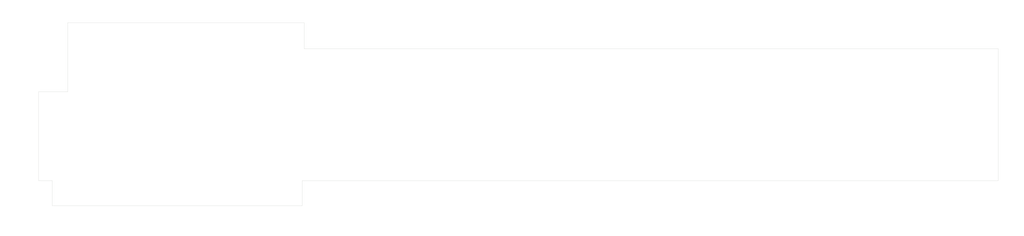
<source format=kicad_pcb>
(kicad_pcb (version 20171130) (host pcbnew 5.1.10)

  (general
    (thickness 1.6)
    (drawings 24)
    (tracks 0)
    (zones 0)
    (modules 0)
    (nets 1)
  )

  (page A4)
  (title_block
    (title "Grand Pianist++ Control Panel")
    (rev 0.0.0)
    (company dogtopus)
  )

  (layers
    (0 F.Cu signal)
    (31 B.Cu signal)
    (32 B.Adhes user)
    (33 F.Adhes user)
    (34 B.Paste user)
    (35 F.Paste user)
    (36 B.SilkS user)
    (37 F.SilkS user)
    (38 B.Mask user)
    (39 F.Mask user)
    (40 Dwgs.User user)
    (41 Cmts.User user)
    (42 Eco1.User user)
    (43 Eco2.User user)
    (44 Edge.Cuts user)
    (45 Margin user)
    (46 B.CrtYd user)
    (47 F.CrtYd user)
    (48 B.Fab user)
    (49 F.Fab user)
  )

  (setup
    (last_trace_width 0.25)
    (trace_clearance 0.2)
    (zone_clearance 0.508)
    (zone_45_only no)
    (trace_min 0.2)
    (via_size 0.8)
    (via_drill 0.4)
    (via_min_size 0.4)
    (via_min_drill 0.3)
    (uvia_size 0.3)
    (uvia_drill 0.1)
    (uvias_allowed no)
    (uvia_min_size 0.2)
    (uvia_min_drill 0.1)
    (edge_width 0.05)
    (segment_width 0.2)
    (pcb_text_width 0.3)
    (pcb_text_size 1.5 1.5)
    (mod_edge_width 0.12)
    (mod_text_size 1 1)
    (mod_text_width 0.15)
    (pad_size 1.524 1.524)
    (pad_drill 0.762)
    (pad_to_mask_clearance 0)
    (aux_axis_origin 0 0)
    (visible_elements FFFFFF7F)
    (pcbplotparams
      (layerselection 0x010fc_ffffffff)
      (usegerberextensions false)
      (usegerberattributes true)
      (usegerberadvancedattributes true)
      (creategerberjobfile true)
      (excludeedgelayer true)
      (linewidth 0.100000)
      (plotframeref false)
      (viasonmask false)
      (mode 1)
      (useauxorigin false)
      (hpglpennumber 1)
      (hpglpenspeed 20)
      (hpglpendiameter 15.000000)
      (psnegative false)
      (psa4output false)
      (plotreference true)
      (plotvalue true)
      (plotinvisibletext false)
      (padsonsilk false)
      (subtractmaskfromsilk false)
      (outputformat 1)
      (mirror false)
      (drillshape 1)
      (scaleselection 1)
      (outputdirectory ""))
  )

  (net 0 "")

  (net_class Default "This is the default net class."
    (clearance 0.2)
    (trace_width 0.25)
    (via_dia 0.8)
    (via_drill 0.4)
    (uvia_dia 0.3)
    (uvia_drill 0.1)
  )

  (dimension 152.6 (width 0.15) (layer Dwgs.User)
    (gr_text "152.600 mm" (at 179.7 66.5) (layer Dwgs.User)
      (effects (font (size 1 1) (thickness 0.15)))
    )
    (feature1 (pts (xy 256 76.5) (xy 256 67.213579)))
    (feature2 (pts (xy 103.4 76.5) (xy 103.4 67.213579)))
    (crossbar (pts (xy 103.4 67.8) (xy 256 67.8)))
    (arrow1a (pts (xy 256 67.8) (xy 254.873496 68.386421)))
    (arrow1b (pts (xy 256 67.8) (xy 254.873496 67.213579)))
    (arrow2a (pts (xy 103.4 67.8) (xy 104.526504 68.386421)))
    (arrow2b (pts (xy 103.4 67.8) (xy 104.526504 67.213579)))
  )
  (gr_line (start 103.4 70.8) (end 103.4 76.5) (layer Edge.Cuts) (width 0.05) (tstamp 60DBA540))
  (gr_line (start 256 76.5) (end 103.4 76.5) (layer Edge.Cuts) (width 0.05) (tstamp 60DBA538))
  (gr_line (start 256 105.5) (end 256 76.5) (layer Edge.Cuts) (width 0.05))
  (dimension 29 (width 0.15) (layer Dwgs.User)
    (gr_text "29.000 mm" (at 260.3 91 90) (layer Dwgs.User)
      (effects (font (size 1 1) (thickness 0.15)))
    )
    (feature1 (pts (xy 256 76.5) (xy 259.586421 76.5)))
    (feature2 (pts (xy 256 105.5) (xy 259.586421 105.5)))
    (crossbar (pts (xy 259 105.5) (xy 259 76.5)))
    (arrow1a (pts (xy 259 76.5) (xy 259.586421 77.626504)))
    (arrow1b (pts (xy 259 76.5) (xy 258.413579 77.626504)))
    (arrow2a (pts (xy 259 105.5) (xy 259.586421 104.373496)))
    (arrow2b (pts (xy 259 105.5) (xy 258.413579 104.373496)))
  )
  (dimension 153 (width 0.15) (layer Dwgs.User)
    (gr_text "153.000 mm" (at 179.5 118.3) (layer Dwgs.User)
      (effects (font (size 1 1) (thickness 0.15)))
    )
    (feature1 (pts (xy 256 105.5) (xy 256 117.586421)))
    (feature2 (pts (xy 103 105.5) (xy 103 117.586421)))
    (crossbar (pts (xy 103 117) (xy 256 117)))
    (arrow1a (pts (xy 256 117) (xy 254.873496 117.586421)))
    (arrow1b (pts (xy 256 117) (xy 254.873496 116.413579)))
    (arrow2a (pts (xy 103 117) (xy 104.126504 117.586421)))
    (arrow2b (pts (xy 103 117) (xy 104.126504 116.413579)))
  )
  (gr_line (start 103 105.5) (end 256 105.5) (layer Edge.Cuts) (width 0.05))
  (gr_line (start 103 111) (end 103 105.5) (layer Edge.Cuts) (width 0.05))
  (dimension 5.5 (width 0.15) (layer Dwgs.User)
    (gr_text "5.500 mm" (at 107.3 108.25 90) (layer Dwgs.User)
      (effects (font (size 1 1) (thickness 0.15)))
    )
    (feature1 (pts (xy 103 105.5) (xy 106.586421 105.5)))
    (feature2 (pts (xy 103 111) (xy 106.586421 111)))
    (crossbar (pts (xy 106 111) (xy 106 105.5)))
    (arrow1a (pts (xy 106 105.5) (xy 106.586421 106.626504)))
    (arrow1b (pts (xy 106 105.5) (xy 105.413579 106.626504)))
    (arrow2a (pts (xy 106 111) (xy 106.586421 109.873496)))
    (arrow2b (pts (xy 106 111) (xy 105.413579 109.873496)))
  )
  (gr_line (start 51.4 70.8) (end 103.4 70.8) (layer Edge.Cuts) (width 0.05))
  (dimension 52 (width 0.15) (layer Dwgs.User)
    (gr_text "52.000 mm" (at 77.4 66.5) (layer Dwgs.User)
      (effects (font (size 1 1) (thickness 0.15)))
    )
    (feature1 (pts (xy 103.4 70.8) (xy 103.4 67.213579)))
    (feature2 (pts (xy 51.4 70.8) (xy 51.4 67.213579)))
    (crossbar (pts (xy 51.4 67.8) (xy 103.4 67.8)))
    (arrow1a (pts (xy 103.4 67.8) (xy 102.273496 68.386421)))
    (arrow1b (pts (xy 103.4 67.8) (xy 102.273496 67.213579)))
    (arrow2a (pts (xy 51.4 67.8) (xy 52.526504 68.386421)))
    (arrow2b (pts (xy 51.4 67.8) (xy 52.526504 67.213579)))
  )
  (gr_line (start 48 111) (end 103 111) (layer Edge.Cuts) (width 0.05))
  (gr_line (start 48 105.5) (end 48 111) (layer Edge.Cuts) (width 0.05))
  (gr_line (start 45 105.5) (end 48 105.5) (layer Edge.Cuts) (width 0.05))
  (dimension 3 (width 0.15) (layer Dwgs.User)
    (gr_text "3.000 mm" (at 46.5 118.3) (layer Dwgs.User)
      (effects (font (size 1 1) (thickness 0.15)))
    )
    (feature1 (pts (xy 48 105.5) (xy 48 117.586421)))
    (feature2 (pts (xy 45 105.5) (xy 45 117.586421)))
    (crossbar (pts (xy 45 117) (xy 48 117)))
    (arrow1a (pts (xy 48 117) (xy 46.873496 117.586421)))
    (arrow1b (pts (xy 48 117) (xy 46.873496 116.413579)))
    (arrow2a (pts (xy 45 117) (xy 46.126504 117.586421)))
    (arrow2b (pts (xy 45 117) (xy 46.126504 116.413579)))
  )
  (gr_line (start 45 86) (end 45 105.5) (layer Edge.Cuts) (width 0.05))
  (dimension 6.4 (width 0.15) (layer Dwgs.User)
    (gr_text "6.400 mm" (at 48.2 66.5) (layer Dwgs.User)
      (effects (font (size 1 1) (thickness 0.15)))
    )
    (feature1 (pts (xy 51.4 86) (xy 51.4 67.213579)))
    (feature2 (pts (xy 45 86) (xy 45 67.213579)))
    (crossbar (pts (xy 45 67.8) (xy 51.4 67.8)))
    (arrow1a (pts (xy 51.4 67.8) (xy 50.273496 68.386421)))
    (arrow1b (pts (xy 51.4 67.8) (xy 50.273496 67.213579)))
    (arrow2a (pts (xy 45 67.8) (xy 46.126504 68.386421)))
    (arrow2b (pts (xy 45 67.8) (xy 46.126504 67.213579)))
  )
  (gr_line (start 51.4 86) (end 45 86) (layer Edge.Cuts) (width 0.05))
  (gr_line (start 51.4 70.8) (end 51.4 86) (layer Edge.Cuts) (width 0.05))
  (dimension 15.2 (width 0.15) (layer Dwgs.User)
    (gr_text "15.200 mm" (at 40.2 78.4 270) (layer Dwgs.User)
      (effects (font (size 1 1) (thickness 0.15)))
    )
    (feature1 (pts (xy 51.4 86) (xy 40.913579 86)))
    (feature2 (pts (xy 51.4 70.8) (xy 40.913579 70.8)))
    (crossbar (pts (xy 41.5 70.8) (xy 41.5 86)))
    (arrow1a (pts (xy 41.5 86) (xy 40.913579 84.873496)))
    (arrow1b (pts (xy 41.5 86) (xy 42.086421 84.873496)))
    (arrow2a (pts (xy 41.5 70.8) (xy 40.913579 71.926504)))
    (arrow2b (pts (xy 41.5 70.8) (xy 42.086421 71.926504)))
  )
  (dimension 19.5 (width 0.15) (layer Dwgs.User)
    (gr_text "19.500 mm" (at 40.2 95.75 270) (layer Dwgs.User)
      (effects (font (size 1 1) (thickness 0.15)))
    )
    (feature1 (pts (xy 48 105.5) (xy 40.913579 105.5)))
    (feature2 (pts (xy 48 86) (xy 40.913579 86)))
    (crossbar (pts (xy 41.5 86) (xy 41.5 105.5)))
    (arrow1a (pts (xy 41.5 105.5) (xy 40.913579 104.373496)))
    (arrow1b (pts (xy 41.5 105.5) (xy 42.086421 104.373496)))
    (arrow2a (pts (xy 41.5 86) (xy 40.913579 87.126504)))
    (arrow2b (pts (xy 41.5 86) (xy 42.086421 87.126504)))
  )
  (dimension 5.5 (width 0.15) (layer Dwgs.User)
    (gr_text "5.500 mm" (at 40.2 108.25 270) (layer Dwgs.User)
      (effects (font (size 1 1) (thickness 0.15)))
    )
    (feature1 (pts (xy 48 111) (xy 40.913579 111)))
    (feature2 (pts (xy 48 105.5) (xy 40.913579 105.5)))
    (crossbar (pts (xy 41.5 105.5) (xy 41.5 111)))
    (arrow1a (pts (xy 41.5 111) (xy 40.913579 109.873496)))
    (arrow1b (pts (xy 41.5 111) (xy 42.086421 109.873496)))
    (arrow2a (pts (xy 41.5 105.5) (xy 40.913579 106.626504)))
    (arrow2b (pts (xy 41.5 105.5) (xy 42.086421 106.626504)))
  )
  (dimension 55 (width 0.15) (layer Dwgs.User)
    (gr_text "55.000 mm" (at 75.5 118.3) (layer Dwgs.User)
      (effects (font (size 1 1) (thickness 0.15)))
    )
    (feature1 (pts (xy 103 111) (xy 103 117.586421)))
    (feature2 (pts (xy 48 111) (xy 48 117.586421)))
    (crossbar (pts (xy 48 117) (xy 103 117)))
    (arrow1a (pts (xy 103 117) (xy 101.873496 117.586421)))
    (arrow1b (pts (xy 103 117) (xy 101.873496 116.413579)))
    (arrow2a (pts (xy 48 117) (xy 49.126504 117.586421)))
    (arrow2b (pts (xy 48 117) (xy 49.126504 116.413579)))
  )
  (dimension 211 (width 0.15) (layer Dwgs.User)
    (gr_text "211.000 mm" (at 150.5 115.3) (layer Dwgs.User)
      (effects (font (size 1 1) (thickness 0.15)))
    )
    (feature1 (pts (xy 256 111) (xy 256 114.586421)))
    (feature2 (pts (xy 45 111) (xy 45 114.586421)))
    (crossbar (pts (xy 45 114) (xy 256 114)))
    (arrow1a (pts (xy 256 114) (xy 254.873496 114.586421)))
    (arrow1b (pts (xy 256 114) (xy 254.873496 113.413579)))
    (arrow2a (pts (xy 45 114) (xy 46.126504 114.586421)))
    (arrow2b (pts (xy 45 114) (xy 46.126504 113.413579)))
  )

)

</source>
